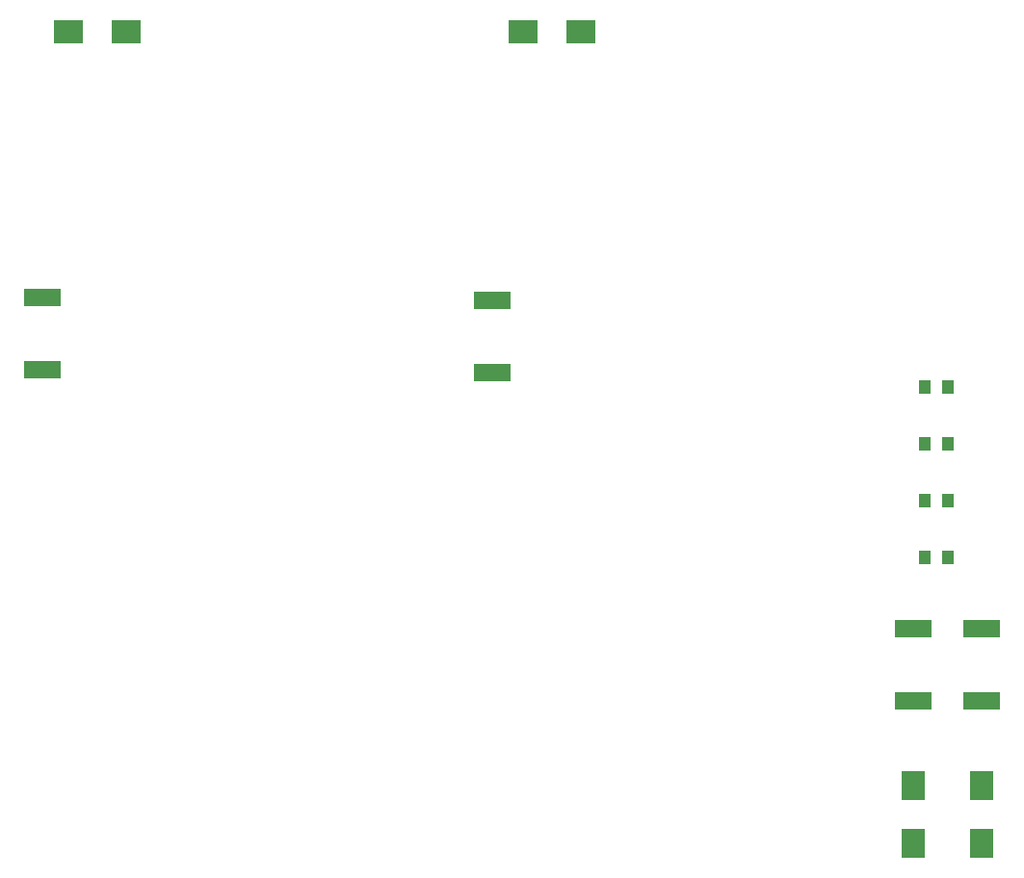
<source format=gtp>
G04*
G04 #@! TF.GenerationSoftware,Altium Limited,Altium Designer,22.7.1 (60)*
G04*
G04 Layer_Color=8421504*
%FSLAX44Y44*%
%MOMM*%
G71*
G04*
G04 #@! TF.SameCoordinates,DCD1F4FC-07E0-4B9C-93DB-C222A076345C*
G04*
G04*
G04 #@! TF.FilePolarity,Positive*
G04*
G01*
G75*
%ADD14R,3.2000X1.6000*%
%ADD15R,2.0000X2.5000*%
%ADD16R,2.5000X2.0000*%
%ADD17R,1.0000X1.2500*%
D14*
X545000Y675000D02*
D03*
Y738500D02*
D03*
X150000Y677500D02*
D03*
Y741000D02*
D03*
X915000Y386500D02*
D03*
Y450000D02*
D03*
X975000Y386500D02*
D03*
Y450000D02*
D03*
D15*
X915000Y312500D02*
D03*
Y261700D02*
D03*
X975000Y312500D02*
D03*
Y261700D02*
D03*
D16*
X572500Y975000D02*
D03*
X623300D02*
D03*
X172500D02*
D03*
X223300D02*
D03*
D17*
X925000Y512500D02*
D03*
X945320D02*
D03*
X925000Y562500D02*
D03*
X945320D02*
D03*
X925000Y612500D02*
D03*
X945320D02*
D03*
X925000Y662500D02*
D03*
X945320D02*
D03*
M02*

</source>
